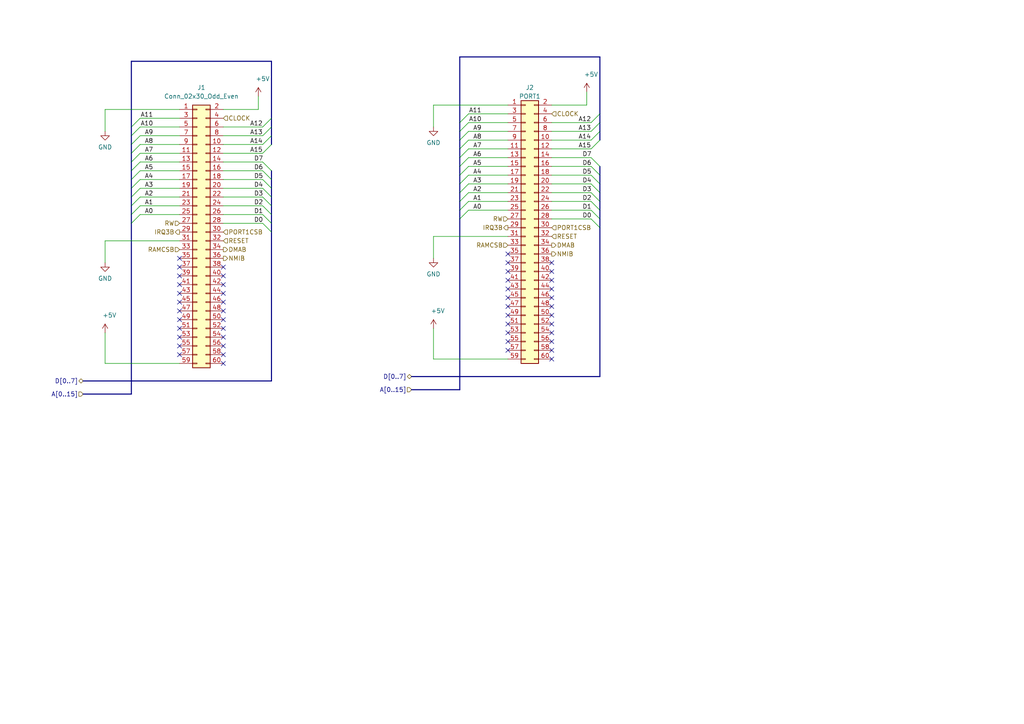
<source format=kicad_sch>
(kicad_sch (version 20230121) (generator eeschema)
  (paper "A4")
  (lib_symbols
    (symbol "Connector_Generic:Conn_02x30_Odd_Even" (pin_names (offset 1.016) hide)
      (property "Reference" "J" (at 1.27 38.1 0))
      (property "Value" "Conn_02x30_Odd_Even" (at 1.27 -40.64 0))
      (symbol "Conn_02x30_Odd_Even_1_1"
        (rectangle (start -1.27 -37.973) (end 0 -38.227) (stroke (width 0.1524)))
        (rectangle (start -1.27 -35.433) (end 0 -35.687) (stroke (width 0.1524)))
        (rectangle (start -1.27 -32.893) (end 0 -33.147) (stroke (width 0.1524)))
        (rectangle (start -1.27 -30.353) (end 0 -30.607) (stroke (width 0.1524)))
        (rectangle (start -1.27 -27.813) (end 0 -28.067) (stroke (width 0.1524)))
        (rectangle (start -1.27 -25.273) (end 0 -25.527) (stroke (width 0.1524)))
        (rectangle (start -1.27 -22.733) (end 0 -22.987) (stroke (width 0.1524)))
        (rectangle (start -1.27 -20.193) (end 0 -20.447) (stroke (width 0.1524)))
        (rectangle (start -1.27 -17.653) (end 0 -17.907) (stroke (width 0.1524)))
        (rectangle (start -1.27 -15.113) (end 0 -15.367) (stroke (width 0.1524)))
        (rectangle (start -1.27 -12.573) (end 0 -12.827) (stroke (width 0.1524)))
        (rectangle (start -1.27 -10.033) (end 0 -10.287) (stroke (width 0.1524)))
        (rectangle (start -1.27 -7.493) (end 0 -7.747) (stroke (width 0.1524)))
        (rectangle (start -1.27 -4.953) (end 0 -5.207) (stroke (width 0.1524)))
        (rectangle (start -1.27 -2.413) (end 0 -2.667) (stroke (width 0.1524)))
        (rectangle (start -1.27 0.127) (end 0 -0.127) (stroke (width 0.1524)))
        (rectangle (start -1.27 2.667) (end 0 2.413) (stroke (width 0.1524)))
        (rectangle (start -1.27 5.207) (end 0 4.953) (stroke (width 0.1524)))
        (rectangle (start -1.27 7.747) (end 0 7.493) (stroke (width 0.1524)))
        (rectangle (start -1.27 10.287) (end 0 10.033) (stroke (width 0.1524)))
        (rectangle (start -1.27 12.827) (end 0 12.573) (stroke (width 0.1524)))
        (rectangle (start -1.27 15.367) (end 0 15.113) (stroke (width 0.1524)))
        (rectangle (start -1.27 17.907) (end 0 17.653) (stroke (width 0.1524)))
        (rectangle (start -1.27 20.447) (end 0 20.193) (stroke (width 0.1524)))
        (rectangle (start -1.27 22.987) (end 0 22.733) (stroke (width 0.1524)))
        (rectangle (start -1.27 25.527) (end 0 25.273) (stroke (width 0.1524)))
        (rectangle (start -1.27 28.067) (end 0 27.813) (stroke (width 0.1524)))
        (rectangle (start -1.27 30.607) (end 0 30.353) (stroke (width 0.1524)))
        (rectangle (start -1.27 33.147) (end 0 32.893) (stroke (width 0.1524)))
        (rectangle (start -1.27 35.687) (end 0 35.433) (stroke (width 0.1524)))
        (rectangle (start -1.27 36.83) (end 3.81 -39.37) (stroke (width 0.254)) (fill (type background)))
        (rectangle (start 3.81 -37.973) (end 2.54 -38.227) (stroke (width 0.1524)))
        (rectangle (start 3.81 -35.433) (end 2.54 -35.687) (stroke (width 0.1524)))
        (rectangle (start 3.81 -32.893) (end 2.54 -33.147) (stroke (width 0.1524)))
        (rectangle (start 3.81 -30.353) (end 2.54 -30.607) (stroke (width 0.1524)))
        (rectangle (start 3.81 -27.813) (end 2.54 -28.067) (stroke (width 0.1524)))
        (rectangle (start 3.81 -25.273) (end 2.54 -25.527) (stroke (width 0.1524)))
        (rectangle (start 3.81 -22.733) (end 2.54 -22.987) (stroke (width 0.1524)))
        (rectangle (start 3.81 -20.193) (end 2.54 -20.447) (stroke (width 0.1524)))
        (rectangle (start 3.81 -17.653) (end 2.54 -17.907) (stroke (width 0.1524)))
        (rectangle (start 3.81 -15.113) (end 2.54 -15.367) (stroke (width 0.1524)))
        (rectangle (start 3.81 -12.573) (end 2.54 -12.827) (stroke (width 0.1524)))
        (rectangle (start 3.81 -10.033) (end 2.54 -10.287) (stroke (width 0.1524)))
        (rectangle (start 3.81 -7.493) (end 2.54 -7.747) (stroke (width 0.1524)))
        (rectangle (start 3.81 -4.953) (end 2.54 -5.207) (stroke (width 0.1524)))
        (rectangle (start 3.81 -2.413) (end 2.54 -2.667) (stroke (width 0.1524)))
        (rectangle (start 3.81 0.127) (end 2.54 -0.127) (stroke (width 0.1524)))
        (rectangle (start 3.81 2.667) (end 2.54 2.413) (stroke (width 0.1524)))
        (rectangle (start 3.81 5.207) (end 2.54 4.953) (stroke (width 0.1524)))
        (rectangle (start 3.81 7.747) (end 2.54 7.493) (stroke (width 0.1524)))
        (rectangle (start 3.81 10.287) (end 2.54 10.033) (stroke (width 0.1524)))
        (rectangle (start 3.81 12.827) (end 2.54 12.573) (stroke (width 0.1524)))
        (rectangle (start 3.81 15.367) (end 2.54 15.113) (stroke (width 0.1524)))
        (rectangle (start 3.81 17.907) (end 2.54 17.653) (stroke (width 0.1524)))
        (rectangle (start 3.81 20.447) (end 2.54 20.193) (stroke (width 0.1524)))
        (rectangle (start 3.81 22.987) (end 2.54 22.733) (stroke (width 0.1524)))
        (rectangle (start 3.81 25.527) (end 2.54 25.273) (stroke (width 0.1524)))
        (rectangle (start 3.81 28.067) (end 2.54 27.813) (stroke (width 0.1524)))
        (rectangle (start 3.81 30.607) (end 2.54 30.353) (stroke (width 0.1524)))
        (rectangle (start 3.81 33.147) (end 2.54 32.893) (stroke (width 0.1524)))
        (rectangle (start 3.81 35.687) (end 2.54 35.433) (stroke (width 0.1524)))
        (pin passive line (at -5.08 35.56 0) (length 3.81) (name "Pin_1") (number "1"))
        (pin passive line (at 7.62 25.4 180) (length 3.81) (name "Pin_10") (number "10"))
        (pin passive line (at -5.08 22.86 0) (length 3.81) (name "Pin_11") (number "11"))
        (pin passive line (at 7.62 22.86 180) (length 3.81) (name "Pin_12") (number "12"))
        (pin passive line (at -5.08 20.32 0) (length 3.81) (name "Pin_13") (number "13"))
        (pin passive line (at 7.62 20.32 180) (length 3.81) (name "Pin_14") (number "14"))
        (pin passive line (at -5.08 17.78 0) (length 3.81) (name "Pin_15") (number "15"))
        (pin passive line (at 7.62 17.78 180) (length 3.81) (name "Pin_16") (number "16"))
        (pin passive line (at -5.08 15.24 0) (length 3.81) (name "Pin_17") (number "17"))
        (pin passive line (at 7.62 15.24 180) (length 3.81) (name "Pin_18") (number "18"))
        (pin passive line (at -5.08 12.7 0) (length 3.81) (name "Pin_19") (number "19"))
        (pin passive line (at 7.62 35.56 180) (length 3.81) (name "Pin_2") (number "2"))
        (pin passive line (at 7.62 12.7 180) (length 3.81) (name "Pin_20") (number "20"))
        (pin passive line (at -5.08 10.16 0) (length 3.81) (name "Pin_21") (number "21"))
        (pin passive line (at 7.62 10.16 180) (length 3.81) (name "Pin_22") (number "22"))
        (pin passive line (at -5.08 7.62 0) (length 3.81) (name "Pin_23") (number "23"))
        (pin passive line (at 7.62 7.62 180) (length 3.81) (name "Pin_24") (number "24"))
        (pin passive line (at -5.08 5.08 0) (length 3.81) (name "Pin_25") (number "25"))
        (pin passive line (at 7.62 5.08 180) (length 3.81) (name "Pin_26") (number "26"))
        (pin passive line (at -5.08 2.54 0) (length 3.81) (name "Pin_27") (number "27"))
        (pin passive line (at 7.62 2.54 180) (length 3.81) (name "Pin_28") (number "28"))
        (pin passive line (at -5.08 0 0) (length 3.81) (name "Pin_29") (number "29"))
        (pin passive line (at -5.08 33.02 0) (length 3.81) (name "Pin_3") (number "3"))
        (pin passive line (at 7.62 0 180) (length 3.81) (name "Pin_30") (number "30"))
        (pin passive line (at -5.08 -2.54 0) (length 3.81) (name "Pin_31") (number "31"))
        (pin passive line (at 7.62 -2.54 180) (length 3.81) (name "Pin_32") (number "32"))
        (pin passive line (at -5.08 -5.08 0) (length 3.81) (name "Pin_33") (number "33"))
        (pin passive line (at 7.62 -5.08 180) (length 3.81) (name "Pin_34") (number "34"))
        (pin passive line (at -5.08 -7.62 0) (length 3.81) (name "Pin_35") (number "35"))
        (pin passive line (at 7.62 -7.62 180) (length 3.81) (name "Pin_36") (number "36"))
        (pin passive line (at -5.08 -10.16 0) (length 3.81) (name "Pin_37") (number "37"))
        (pin passive line (at 7.62 -10.16 180) (length 3.81) (name "Pin_38") (number "38"))
        (pin passive line (at -5.08 -12.7 0) (length 3.81) (name "Pin_39") (number "39"))
        (pin passive line (at 7.62 33.02 180) (length 3.81) (name "Pin_4") (number "4"))
        (pin passive line (at 7.62 -12.7 180) (length 3.81) (name "Pin_40") (number "40"))
        (pin passive line (at -5.08 -15.24 0) (length 3.81) (name "Pin_41") (number "41"))
        (pin passive line (at 7.62 -15.24 180) (length 3.81) (name "Pin_42") (number "42"))
        (pin passive line (at -5.08 -17.78 0) (length 3.81) (name "Pin_43") (number "43"))
        (pin passive line (at 7.62 -17.78 180) (length 3.81) (name "Pin_44") (number "44"))
        (pin passive line (at -5.08 -20.32 0) (length 3.81) (name "Pin_45") (number "45"))
        (pin passive line (at 7.62 -20.32 180) (length 3.81) (name "Pin_46") (number "46"))
        (pin passive line (at -5.08 -22.86 0) (length 3.81) (name "Pin_47") (number "47"))
        (pin passive line (at 7.62 -22.86 180) (length 3.81) (name "Pin_48") (number "48"))
        (pin passive line (at -5.08 -25.4 0) (length 3.81) (name "Pin_49") (number "49"))
        (pin passive line (at -5.08 30.48 0) (length 3.81) (name "Pin_5") (number "5"))
        (pin passive line (at 7.62 -25.4 180) (length 3.81) (name "Pin_50") (number "50"))
        (pin passive line (at -5.08 -27.94 0) (length 3.81) (name "Pin_51") (number "51"))
        (pin passive line (at 7.62 -27.94 180) (length 3.81) (name "Pin_52") (number "52"))
        (pin passive line (at -5.08 -30.48 0) (length 3.81) (name "Pin_53") (number "53"))
        (pin passive line (at 7.62 -30.48 180) (length 3.81) (name "Pin_54") (number "54"))
        (pin passive line (at -5.08 -33.02 0) (length 3.81) (name "Pin_55") (number "55"))
        (pin passive line (at 7.62 -33.02 180) (length 3.81) (name "Pin_56") (number "56"))
        (pin passive line (at -5.08 -35.56 0) (length 3.81) (name "Pin_57") (number "57"))
        (pin passive line (at 7.62 -35.56 180) (length 3.81) (name "Pin_58") (number "58"))
        (pin passive line (at -5.08 -38.1 0) (length 3.81) (name "Pin_59") (number "59"))
        (pin passive line (at 7.62 30.48 180) (length 3.81) (name "Pin_6") (number "6"))
        (pin passive line (at 7.62 -38.1 180) (length 3.81) (name "Pin_60") (number "60"))
        (pin passive line (at -5.08 27.94 0) (length 3.81) (name "Pin_7") (number "7"))
        (pin passive line (at 7.62 27.94 180) (length 3.81) (name "Pin_8") (number "8"))
        (pin passive line (at -5.08 25.4 0) (length 3.81) (name "Pin_9") (number "9"))
      )
    )
    (symbol "power:+5V" (power) (pin_names (offset 0))
      (property "Value" "+5V" (at 0 3.556 0))
      (symbol "+5V_0_1"
        (polyline (pts (xy -0.762 1.27) (xy 0 2.54)))
        (polyline (pts (xy 0 0) (xy 0 2.54)))
        (polyline (pts (xy 0 2.54) (xy 0.762 1.27)))
      )
      (symbol "+5V_1_1"
        (pin power_in line (at 0 0 90) (length 0) hide (name "+5V") (number "1"))
      )
    )
    (symbol "power:GND" (power) (pin_names (offset 0))
      (property "Value" "GND" (at 0 -3.81 0))
      (symbol "GND_0_1"
        (polyline (pts (xy 0 0) (xy 0 -1.27) (xy 1.27 -1.27) (xy 0 -2.54) (xy -1.27 -1.27) (xy 0 -1.27)))
      )
      (symbol "GND_1_1"
        (pin power_in line (at 0 0 270) (length 0) hide (name "GND") (number "1"))
      )
    )
  )
  (no_connect (at 160.02 96.52))
  (no_connect (at 160.02 101.6))
  (no_connect (at 64.77 82.55))
  (no_connect (at 160.02 91.44))
  (no_connect (at 64.77 97.79))
  (no_connect (at 64.77 87.63))
  (no_connect (at 147.32 88.9))
  (no_connect (at 64.77 80.01))
  (no_connect (at 147.32 101.6))
  (no_connect (at 147.32 81.28))
  (no_connect (at 147.32 83.82))
  (no_connect (at 147.32 76.2))
  (no_connect (at 160.02 86.36))
  (no_connect (at 52.07 100.33))
  (no_connect (at 52.07 102.87))
  (no_connect (at 160.02 88.9))
  (no_connect (at 52.07 97.79))
  (no_connect (at 64.77 90.17))
  (no_connect (at 52.07 87.63))
  (no_connect (at 64.77 105.41))
  (no_connect (at 64.77 102.87))
  (no_connect (at 160.02 93.98))
  (no_connect (at 160.02 104.14))
  (no_connect (at 147.32 96.52))
  (no_connect (at 147.32 99.06))
  (no_connect (at 147.32 91.44))
  (no_connect (at 160.02 78.74))
  (no_connect (at 64.77 95.25))
  (no_connect (at 52.07 74.93))
  (no_connect (at 52.07 80.01))
  (no_connect (at 160.02 83.82))
  (no_connect (at 52.07 90.17))
  (no_connect (at 64.77 100.33))
  (no_connect (at 52.07 95.25))
  (no_connect (at 52.07 77.47))
  (no_connect (at 147.32 78.74))
  (no_connect (at 52.07 92.71))
  (no_connect (at 64.77 85.09))
  (no_connect (at 52.07 85.09))
  (no_connect (at 52.07 82.55))
  (no_connect (at 147.32 73.66))
  (no_connect (at 160.02 76.2))
  (no_connect (at 160.02 99.06))
  (no_connect (at 160.02 81.28))
  (no_connect (at 147.32 93.98))
  (no_connect (at 64.77 92.71))
  (no_connect (at 147.32 86.36))
  (no_connect (at 64.77 77.47))
  (bus_entry (at 38.1 54.61) (size 2.54 -2.54) (stroke (width 0.1524)))
  (bus_entry (at 38.1 41.91) (size 2.54 -2.54) (stroke (width 0.1524)))
  (bus_entry (at 173.99 35.56) (size -2.54 2.54) (stroke (width 0.1524)))
  (bus_entry (at 78.74 59.69) (size -2.54 -2.54) (stroke (width 0.1524)))
  (bus_entry (at 133.35 53.34) (size 2.54 -2.54) (stroke (width 0.1524)))
  (bus_entry (at 78.74 64.77) (size -2.54 -2.54) (stroke (width 0.1524)))
  (bus_entry (at 38.1 62.23) (size 2.54 -2.54) (stroke (width 0.1524)))
  (bus_entry (at 133.35 55.88) (size 2.54 -2.54) (stroke (width 0.1524)))
  (bus_entry (at 78.74 49.53) (size -2.54 -2.54) (stroke (width 0.1524)))
  (bus_entry (at 38.1 44.45) (size 2.54 -2.54) (stroke (width 0.1524)))
  (bus_entry (at 38.1 52.07) (size 2.54 -2.54) (stroke (width 0.1524)))
  (bus_entry (at 78.74 62.23) (size -2.54 -2.54) (stroke (width 0.1524)))
  (bus_entry (at 133.35 50.8) (size 2.54 -2.54) (stroke (width 0.1524)))
  (bus_entry (at 38.1 36.83) (size 2.54 -2.54) (stroke (width 0.1524)))
  (bus_entry (at 78.74 41.91) (size -2.54 2.54) (stroke (width 0.1524)))
  (bus_entry (at 173.99 40.64) (size -2.54 2.54) (stroke (width 0.1524)))
  (bus_entry (at 173.99 50.8) (size -2.54 -2.54) (stroke (width 0.1524)))
  (bus_entry (at 78.74 34.29) (size -2.54 2.54) (stroke (width 0.1524)))
  (bus_entry (at 133.35 43.18) (size 2.54 -2.54) (stroke (width 0.1524)))
  (bus_entry (at 173.99 58.42) (size -2.54 -2.54) (stroke (width 0.1524)))
  (bus_entry (at 173.99 48.26) (size -2.54 -2.54) (stroke (width 0.1524)))
  (bus_entry (at 38.1 39.37) (size 2.54 -2.54) (stroke (width 0.1524)))
  (bus_entry (at 38.1 64.77) (size 2.54 -2.54) (stroke (width 0.1524)))
  (bus_entry (at 133.35 35.56) (size 2.54 -2.54) (stroke (width 0.1524)))
  (bus_entry (at 173.99 55.88) (size -2.54 -2.54) (stroke (width 0.1524)))
  (bus_entry (at 78.74 54.61) (size -2.54 -2.54) (stroke (width 0.1524)))
  (bus_entry (at 78.74 52.07) (size -2.54 -2.54) (stroke (width 0.1524)))
  (bus_entry (at 133.35 60.96) (size 2.54 -2.54) (stroke (width 0.1524)))
  (bus_entry (at 133.35 45.72) (size 2.54 -2.54) (stroke (width 0.1524)))
  (bus_entry (at 173.99 66.04) (size -2.54 -2.54) (stroke (width 0.1524)))
  (bus_entry (at 78.74 67.31) (size -2.54 -2.54) (stroke (width 0.1524)))
  (bus_entry (at 133.35 40.64) (size 2.54 -2.54) (stroke (width 0.1524)))
  (bus_entry (at 78.74 57.15) (size -2.54 -2.54) (stroke (width 0.1524)))
  (bus_entry (at 38.1 46.99) (size 2.54 -2.54) (stroke (width 0.1524)))
  (bus_entry (at 133.35 58.42) (size 2.54 -2.54) (stroke (width 0.1524)))
  (bus_entry (at 133.35 38.1) (size 2.54 -2.54) (stroke (width 0.1524)))
  (bus_entry (at 173.99 38.1) (size -2.54 2.54) (stroke (width 0.1524)))
  (bus_entry (at 78.74 39.37) (size -2.54 2.54) (stroke (width 0.1524)))
  (bus_entry (at 173.99 63.5) (size -2.54 -2.54) (stroke (width 0.1524)))
  (bus_entry (at 173.99 33.02) (size -2.54 2.54) (stroke (width 0.1524)))
  (bus_entry (at 133.35 63.5) (size 2.54 -2.54) (stroke (width 0.1524)))
  (bus_entry (at 38.1 49.53) (size 2.54 -2.54) (stroke (width 0.1524)))
  (bus_entry (at 133.35 48.26) (size 2.54 -2.54) (stroke (width 0.1524)))
  (bus_entry (at 173.99 53.34) (size -2.54 -2.54) (stroke (width 0.1524)))
  (bus_entry (at 173.99 60.96) (size -2.54 -2.54) (stroke (width 0.1524)))
  (bus_entry (at 78.74 36.83) (size -2.54 2.54) (stroke (width 0.1524)))
  (bus_entry (at 38.1 59.69) (size 2.54 -2.54) (stroke (width 0.1524)))
  (bus_entry (at 38.1 57.15) (size 2.54 -2.54) (stroke (width 0.1524)))
  (wire (pts (xy 64.77 52.07) (xy 76.2 52.07)))
  (wire (pts (xy 40.64 34.29) (xy 52.07 34.29)))
  (wire (pts (xy 52.07 69.85) (xy 30.48 69.85)))
  (bus (pts (xy 133.35 60.96) (xy 133.35 63.5)))
  (bus (pts (xy 119.38 113.03) (xy 133.35 113.03)))
  (bus (pts (xy 78.74 36.83) (xy 78.74 39.37)))
  (wire (pts (xy 40.64 41.91) (xy 52.07 41.91)))
  (wire (pts (xy 125.73 30.48) (xy 125.73 36.83)))
  (wire (pts (xy 64.77 54.61) (xy 76.2 54.61)))
  (wire (pts (xy 125.73 68.58) (xy 125.73 74.93)))
  (wire (pts (xy 30.48 105.41) (xy 52.07 105.41)))
  (bus (pts (xy 78.74 52.07) (xy 78.74 54.61)))
  (wire (pts (xy 160.02 48.26) (xy 171.45 48.26)))
  (wire (pts (xy 147.32 68.58) (xy 125.73 68.58)))
  (wire (pts (xy 64.77 59.69) (xy 76.2 59.69)))
  (bus (pts (xy 78.74 34.29) (xy 78.74 17.78)))
  (wire (pts (xy 160.02 50.8) (xy 171.45 50.8)))
  (wire (pts (xy 40.64 54.61) (xy 52.07 54.61)))
  (wire (pts (xy 40.64 44.45) (xy 52.07 44.45)))
  (bus (pts (xy 133.35 53.34) (xy 133.35 55.88)))
  (bus (pts (xy 133.35 50.8) (xy 133.35 53.34)))
  (wire (pts (xy 170.18 30.48) (xy 170.18 26.67)))
  (wire (pts (xy 40.64 62.23) (xy 52.07 62.23)))
  (bus (pts (xy 133.35 43.18) (xy 133.35 45.72)))
  (wire (pts (xy 125.73 30.48) (xy 147.32 30.48)))
  (bus (pts (xy 38.1 64.77) (xy 38.1 114.3)))
  (bus (pts (xy 173.99 33.02) (xy 173.99 35.56)))
  (wire (pts (xy 160.02 60.96) (xy 171.45 60.96)))
  (bus (pts (xy 133.35 16.51) (xy 133.35 35.56)))
  (wire (pts (xy 76.2 36.83) (xy 64.77 36.83)))
  (wire (pts (xy 171.45 43.18) (xy 160.02 43.18)))
  (wire (pts (xy 135.89 43.18) (xy 147.32 43.18)))
  (bus (pts (xy 133.35 38.1) (xy 133.35 40.64)))
  (bus (pts (xy 78.74 49.53) (xy 78.74 52.07)))
  (wire (pts (xy 64.77 49.53) (xy 76.2 49.53)))
  (bus (pts (xy 173.99 66.04) (xy 173.99 109.22)))
  (bus (pts (xy 133.35 35.56) (xy 133.35 38.1)))
  (bus (pts (xy 24.13 110.49) (xy 78.74 110.49)))
  (wire (pts (xy 135.89 55.88) (xy 147.32 55.88)))
  (bus (pts (xy 173.99 38.1) (xy 173.99 40.64)))
  (bus (pts (xy 38.1 49.53) (xy 38.1 52.07)))
  (bus (pts (xy 38.1 52.07) (xy 38.1 54.61)))
  (wire (pts (xy 135.89 45.72) (xy 147.32 45.72)))
  (wire (pts (xy 74.93 31.75) (xy 74.93 27.94)))
  (wire (pts (xy 135.89 33.02) (xy 147.32 33.02)))
  (bus (pts (xy 78.74 17.78) (xy 38.1 17.78)))
  (bus (pts (xy 173.99 16.51) (xy 133.35 16.51)))
  (bus (pts (xy 38.1 59.69) (xy 38.1 62.23)))
  (bus (pts (xy 78.74 34.29) (xy 78.74 36.83)))
  (bus (pts (xy 38.1 46.99) (xy 38.1 49.53)))
  (wire (pts (xy 135.89 35.56) (xy 147.32 35.56)))
  (wire (pts (xy 40.64 52.07) (xy 52.07 52.07)))
  (wire (pts (xy 64.77 46.99) (xy 76.2 46.99)))
  (bus (pts (xy 173.99 33.02) (xy 173.99 16.51)))
  (wire (pts (xy 125.73 95.25) (xy 125.73 104.14)))
  (wire (pts (xy 40.64 49.53) (xy 52.07 49.53)))
  (wire (pts (xy 30.48 31.75) (xy 52.07 31.75)))
  (bus (pts (xy 78.74 64.77) (xy 78.74 67.31)))
  (wire (pts (xy 40.64 36.83) (xy 52.07 36.83)))
  (bus (pts (xy 78.74 59.69) (xy 78.74 57.15)))
  (wire (pts (xy 160.02 63.5) (xy 171.45 63.5)))
  (wire (pts (xy 160.02 58.42) (xy 171.45 58.42)))
  (bus (pts (xy 38.1 39.37) (xy 38.1 41.91)))
  (wire (pts (xy 30.48 31.75) (xy 30.48 38.1)))
  (wire (pts (xy 76.2 44.45) (xy 64.77 44.45)))
  (bus (pts (xy 38.1 17.78) (xy 38.1 36.83)))
  (bus (pts (xy 173.99 58.42) (xy 173.99 55.88)))
  (bus (pts (xy 78.74 67.31) (xy 78.74 110.49)))
  (wire (pts (xy 135.89 38.1) (xy 147.32 38.1)))
  (bus (pts (xy 173.99 58.42) (xy 173.99 60.96)))
  (wire (pts (xy 160.02 30.48) (xy 170.18 30.48)))
  (wire (pts (xy 76.2 39.37) (xy 64.77 39.37)))
  (wire (pts (xy 135.89 58.42) (xy 147.32 58.42)))
  (bus (pts (xy 133.35 58.42) (xy 133.35 60.96)))
  (bus (pts (xy 133.35 63.5) (xy 133.35 113.03)))
  (bus (pts (xy 78.74 62.23) (xy 78.74 64.77)))
  (bus (pts (xy 38.1 41.91) (xy 38.1 44.45)))
  (wire (pts (xy 171.45 35.56) (xy 160.02 35.56)))
  (bus (pts (xy 133.35 55.88) (xy 133.35 58.42)))
  (wire (pts (xy 160.02 55.88) (xy 171.45 55.88)))
  (wire (pts (xy 76.2 41.91) (xy 64.77 41.91)))
  (wire (pts (xy 135.89 60.96) (xy 147.32 60.96)))
  (wire (pts (xy 64.77 31.75) (xy 74.93 31.75)))
  (wire (pts (xy 40.64 59.69) (xy 52.07 59.69)))
  (wire (pts (xy 64.77 62.23) (xy 76.2 62.23)))
  (bus (pts (xy 173.99 50.8) (xy 173.99 53.34)))
  (bus (pts (xy 173.99 63.5) (xy 173.99 66.04)))
  (wire (pts (xy 135.89 40.64) (xy 147.32 40.64)))
  (wire (pts (xy 40.64 57.15) (xy 52.07 57.15)))
  (wire (pts (xy 40.64 39.37) (xy 52.07 39.37)))
  (bus (pts (xy 119.38 109.22) (xy 173.99 109.22)))
  (wire (pts (xy 125.73 104.14) (xy 147.32 104.14)))
  (wire (pts (xy 64.77 57.15) (xy 76.2 57.15)))
  (bus (pts (xy 173.99 53.34) (xy 173.99 55.88)))
  (bus (pts (xy 24.13 114.3) (xy 38.1 114.3)))
  (bus (pts (xy 133.35 48.26) (xy 133.35 50.8)))
  (wire (pts (xy 40.64 46.99) (xy 52.07 46.99)))
  (bus (pts (xy 133.35 45.72) (xy 133.35 48.26)))
  (wire (pts (xy 160.02 45.72) (xy 171.45 45.72)))
  (wire (pts (xy 135.89 48.26) (xy 147.32 48.26)))
  (bus (pts (xy 173.99 48.26) (xy 173.99 50.8)))
  (wire (pts (xy 171.45 40.64) (xy 160.02 40.64)))
  (bus (pts (xy 133.35 40.64) (xy 133.35 43.18)))
  (bus (pts (xy 38.1 62.23) (xy 38.1 64.77)))
  (bus (pts (xy 38.1 36.83) (xy 38.1 39.37)))
  (bus (pts (xy 78.74 54.61) (xy 78.74 57.15)))
  (wire (pts (xy 30.48 96.52) (xy 30.48 105.41)))
  (bus (pts (xy 78.74 59.69) (xy 78.74 62.23)))
  (bus (pts (xy 173.99 60.96) (xy 173.99 63.5)))
  (bus (pts (xy 38.1 54.61) (xy 38.1 57.15)))
  (bus (pts (xy 78.74 39.37) (xy 78.74 41.91)))
  (wire (pts (xy 160.02 53.34) (xy 171.45 53.34)))
  (wire (pts (xy 135.89 50.8) (xy 147.32 50.8)))
  (bus (pts (xy 173.99 35.56) (xy 173.99 38.1)))
  (wire (pts (xy 135.89 53.34) (xy 147.32 53.34)))
  (bus (pts (xy 38.1 44.45) (xy 38.1 46.99)))
  (wire (pts (xy 171.45 38.1) (xy 160.02 38.1)))
  (wire (pts (xy 30.48 69.85) (xy 30.48 76.2)))
  (wire (pts (xy 64.77 64.77) (xy 76.2 64.77)))
  (bus (pts (xy 38.1 57.15) (xy 38.1 59.69)))
  (label "A11" (at 44.45 34.29 180))
  (label "D5" (at 73.66 52.07 0))
  (label "A10" (at 44.45 36.83 180))
  (label "D6" (at 168.91 48.26 0))
  (label "D5" (at 168.91 50.8 0))
  (label "A11" (at 139.7 33.02 180))
  (label "A15" (at 76.2 44.45 180))
  (label "D7" (at 168.91 45.72 0))
  (label "A9" (at 139.7 38.1 180))
  (label "A7" (at 44.45 44.45 180))
  (label "D4" (at 73.66 54.61 0))
  (label "A12" (at 171.45 35.56 180))
  (label "A9" (at 44.45 39.37 180))
  (label "D2" (at 168.91 58.42 0))
  (label "A0" (at 44.45 62.23 180))
  (label "D2" (at 73.66 59.69 0))
  (label "A5" (at 139.7 48.26 180))
  (label "A12" (at 76.2 36.83 180))
  (label "D0" (at 73.66 64.77 0))
  (label "A6" (at 139.7 45.72 180))
  (label "A4" (at 139.7 50.8 180))
  (label "A3" (at 139.7 53.34 180))
  (label "A1" (at 139.7 58.42 180))
  (label "D1" (at 168.91 60.96 0))
  (label "A8" (at 139.7 40.64 180))
  (label "D6" (at 73.66 49.53 0))
  (label "A4" (at 44.45 52.07 180))
  (label "D4" (at 168.91 53.34 0))
  (label "A14" (at 171.45 40.64 180))
  (label "A5" (at 44.45 49.53 180))
  (label "A6" (at 44.45 46.99 180))
  (label "D0" (at 168.91 63.5 0))
  (label "A0" (at 139.7 60.96 180))
  (label "A14" (at 76.2 41.91 180))
  (label "D1" (at 73.66 62.23 0))
  (label "A13" (at 76.2 39.37 180))
  (label "A7" (at 139.7 43.18 180))
  (label "D3" (at 73.66 57.15 0))
  (label "D3" (at 168.91 55.88 0))
  (label "A1" (at 44.45 59.69 180))
  (label "A13" (at 171.45 38.1 180))
  (label "A2" (at 139.7 55.88 180))
  (label "A10" (at 139.7 35.56 180))
  (label "A2" (at 44.45 57.15 180))
  (label "A8" (at 44.45 41.91 180))
  (label "D7" (at 73.66 46.99 0))
  (label "A3" (at 44.45 54.61 180))
  (label "A15" (at 171.45 43.18 180))
  (hierarchical_label "PORT1CSB" (shape input) (at 160.02 66.04 0))
  (hierarchical_label "D[0..7]" (shape bidirectional) (at 24.13 110.49 180))
  (hierarchical_label "CLOCK" (shape input) (at 64.77 34.29 0))
  (hierarchical_label "RAMCSB" (shape input) (at 52.07 72.39 180))
  (hierarchical_label "PORT1CSB" (shape input) (at 64.77 67.31 0))
  (hierarchical_label "RAMCSB" (shape input) (at 147.32 71.12 180))
  (hierarchical_label "D[0..7]" (shape bidirectional) (at 119.38 109.22 180))
  (hierarchical_label "RW" (shape input) (at 147.32 63.5 180))
  (hierarchical_label "NMIB" (shape output) (at 64.77 74.93 0))
  (hierarchical_label "CLOCK" (shape input) (at 160.02 33.02 0))
  (hierarchical_label "RESET" (shape input) (at 64.77 69.85 0))
  (hierarchical_label "IRQ3B" (shape output) (at 147.32 66.04 180))
  (hierarchical_label "A[0..15]" (shape input) (at 24.13 114.3 180))
  (hierarchical_label "RESET" (shape input) (at 160.02 68.58 0))
  (hierarchical_label "IRQ3B" (shape output) (at 52.07 67.31 180))
  (hierarchical_label "A[0..15]" (shape input) (at 119.38 113.03 180))
  (hierarchical_label "NMIB" (shape output) (at 160.02 73.66 0))
  (hierarchical_label "DMAB" (shape output) (at 64.77 72.39 0))
  (hierarchical_label "RW" (shape input) (at 52.07 64.77 180))
  (hierarchical_label "DMAB" (shape output) (at 160.02 71.12 0))
  (symbol (lib_id "Connector_Generic:Conn_02x30_Odd_Even") (at 57.15 67.31 0) (unit 1)
    (property "Reference" "J1" (at 58.42 25.4 0))
    (property "Value" "Conn_02x30_Odd_Even" (at 58.42 27.94 0))
    (property "Footprint" "Connector_PinSocket_2.54mm:PinSocket_2x30_P2.54mm_Vertical" (effects hide))
  )
  (symbol (lib_id "power:GND") (at 30.48 76.2 0) (mirror y) (unit 1)
    (property "Reference" "#PWR02" (effects hide))
    (property "Value" "GND" (at 30.48 80.772 0))
  )
  (symbol (lib_id "power:GND") (at 125.73 36.83 0) (mirror y) (unit 1)
    (property "Reference" "#PWR08" (effects hide))
    (property "Value" "GND" (at 125.73 41.402 0))
  )
  (symbol (lib_id "power:+5V") (at 170.18 26.67 0) (unit 1)
    (property "Reference" "#PWR011" (effects hide))
    (property "Value" "+5V" (at 171.45 21.59 0))
  )
  (symbol (lib_id "Connector_Generic:Conn_02x30_Odd_Even") (at 152.4 66.04 0) (unit 1)
    (property "Reference" "J2" (at 153.67 25.4 0))
    (property "Value" "PORT1" (at 153.67 27.94 0))
    (property "Footprint" "NESConnector:NES_PCBEdge" (effects hide))
  )
  (symbol (lib_id "power:+5V") (at 125.73 95.25 0) (unit 1)
    (property "Reference" "#PWR010" (effects hide))
    (property "Value" "+5V" (at 127 90.17 0))
  )
  (symbol (lib_id "power:GND") (at 125.73 74.93 0) (mirror y) (unit 1)
    (property "Reference" "#PWR09" (effects hide))
    (property "Value" "GND" (at 125.73 79.502 0))
  )
  (symbol (lib_id "power:+5V") (at 74.93 27.94 0) (unit 1)
    (property "Reference" "#PWR04" (effects hide))
    (property "Value" "+5V" (at 76.2 22.86 0))
  )
  (symbol (lib_id "power:+5V") (at 30.48 96.52 0) (unit 1)
    (property "Reference" "#PWR03" (effects hide))
    (property "Value" "+5V" (at 31.75 91.44 0))
  )
  (symbol (lib_id "power:GND") (at 30.48 38.1 0) (mirror y) (unit 1)
    (property "Reference" "#PWR01" (effects hide))
    (property "Value" "GND" (at 30.48 42.672 0))
  )
)
</source>
